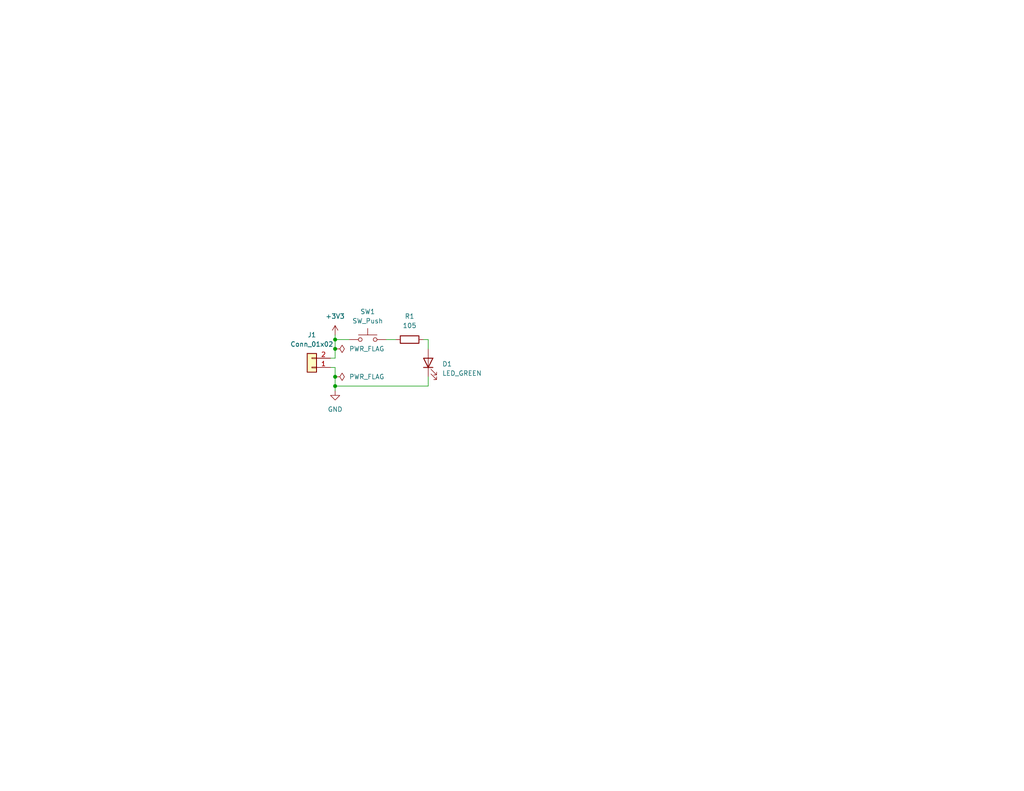
<source format=kicad_sch>
(kicad_sch (version 20230121) (generator eeschema)
  (paper "USLetter")
  (title_block (title "ElecOnbProj1") (date "2023-09-06") (rev "0.0") (company "Illini Solar Car") (comment 1 "Designed By: Ashwat K"))
  (lib_symbols
    (symbol "Connector_Generic:Conn_01x02" (pin_names (offset 1.016) hide)
      (property "Reference" "J" (at 0 2.54 0))
      (property "Value" "Conn_01x02" (at 0 -5.08 0))
      (symbol "Conn_01x02_1_1"
        (rectangle (start -1.27 -2.413) (end 0 -2.667) (stroke (width 0.1524)))
        (rectangle (start -1.27 0.127) (end 0 -0.127) (stroke (width 0.1524)))
        (rectangle (start -1.27 1.27) (end 1.27 -3.81) (stroke (width 0.254)) (fill (type background)))
        (pin passive line (at -5.08 0 0) (length 3.81) (name "Pin_1") (number "1"))
        (pin passive line (at -5.08 -2.54 0) (length 3.81) (name "Pin_2") (number "2"))
      )
    )
    (symbol "Device:R" (pin_numbers hide) (pin_names (offset 0))
      (property "Reference" "R" (at 2.032 0 90))
      (property "Value" "R" (at 0 0 90))
      (symbol "R_0_1"
        (rectangle (start -1.016 -2.54) (end 1.016 2.54) (stroke (width 0.254)))
      )
      (symbol "R_1_1"
        (pin passive line (at 0 3.81 270) (length 1.27) (name "~") (number "1"))
        (pin passive line (at 0 -3.81 90) (length 1.27) (name "~") (number "2"))
      )
    )
    (symbol "Switch:SW_Push" (pin_numbers hide) (pin_names (offset 1.016) hide)
      (property "Reference" "SW" (at 1.27 2.54 0))
      (property "Value" "SW_Push" (at 0 -1.524 0))
      (symbol "SW_Push_0_1"
        (circle (center -2.032 0) (radius 0.508))
        (polyline (pts (xy 0 1.27) (xy 0 3.048)))
        (polyline (pts (xy 2.54 1.27) (xy -2.54 1.27)))
        (circle (center 2.032 0) (radius 0.508))
        (pin passive line (at -5.08 0 0) (length 2.54) (name "1") (number "1"))
        (pin passive line (at 5.08 0 180) (length 2.54) (name "2") (number "2"))
      )
    )
    (symbol "device:LED" (pin_numbers hide) (pin_names (offset 1.016) hide)
      (property "Reference" "D" (at 0 2.54 0))
      (property "Value" "LED" (at 0 -2.54 0))
      (symbol "LED_0_1"
        (polyline (pts (xy -1.27 -1.27) (xy -1.27 1.27)) (stroke (width 0.254)))
        (polyline (pts (xy -1.27 0) (xy 1.27 0)))
        (polyline (pts (xy 1.27 -1.27) (xy 1.27 1.27) (xy -1.27 0) (xy 1.27 -1.27)) (stroke (width 0.254)))
        (polyline (pts (xy -3.048 -0.762) (xy -4.572 -2.286) (xy -3.81 -2.286) (xy -4.572 -2.286) (xy -4.572 -1.524)))
        (polyline (pts (xy -1.778 -0.762) (xy -3.302 -2.286) (xy -2.54 -2.286) (xy -3.302 -2.286) (xy -3.302 -1.524)))
      )
      (symbol "LED_1_1"
        (pin passive line (at -3.81 0 0) (length 2.54) (name "K") (number "1"))
        (pin passive line (at 3.81 0 180) (length 2.54) (name "A") (number "2"))
      )
    )
    (symbol "power:+3V3" (power) (pin_names (offset 0))
      (property "Value" "+3V3" (at 0 3.556 0))
      (symbol "+3V3_0_1"
        (polyline (pts (xy -0.762 1.27) (xy 0 2.54)))
        (polyline (pts (xy 0 0) (xy 0 2.54)))
        (polyline (pts (xy 0 2.54) (xy 0.762 1.27)))
      )
      (symbol "+3V3_1_1"
        (pin power_in line (at 0 0 90) (length 0) hide (name "+3V3") (number "1"))
      )
    )
    (symbol "power:GND" (power) (pin_names (offset 0))
      (property "Value" "GND" (at 0 -3.81 0))
      (symbol "GND_0_1"
        (polyline (pts (xy 0 0) (xy 0 -1.27) (xy 1.27 -1.27) (xy 0 -2.54) (xy -1.27 -1.27) (xy 0 -1.27)))
      )
      (symbol "GND_1_1"
        (pin power_in line (at 0 0 270) (length 0) hide (name "GND") (number "1"))
      )
    )
    (symbol "power:PWR_FLAG" (power) (pin_numbers hide) (pin_names (offset 0) hide)
      (property "Value" "PWR_FLAG" (at 0 3.81 0))
      (symbol "PWR_FLAG_0_0"
        (pin power_out line (at 0 0 90) (length 0) (name "pwr") (number "1"))
      )
      (symbol "PWR_FLAG_0_1"
        (polyline (pts (xy 0 0) (xy 0 1.27) (xy -1.016 1.905) (xy 0 2.54) (xy 1.016 1.905) (xy 0 1.27)))
      )
    )
  )
  (junction (at 91.44 92.71))
  (junction (at 91.44 102.87))
  (junction (at 91.44 105.41))
  (junction (at 91.44 95.25))
  (wire (pts (xy 91.44 92.71) (xy 95.25 92.71)))
  (wire (pts (xy 91.44 92.71) (xy 91.44 91.44)))
  (wire (pts (xy 115.57 92.71) (xy 116.84 92.71)))
  (wire (pts (xy 105.41 92.71) (xy 107.95 92.71)))
  (wire (pts (xy 91.44 100.33) (xy 91.44 102.87)))
  (wire (pts (xy 91.44 105.41) (xy 91.44 106.68)))
  (wire (pts (xy 90.17 97.79) (xy 91.44 97.79)))
  (wire (pts (xy 91.44 97.79) (xy 91.44 95.25)))
  (wire (pts (xy 91.44 95.25) (xy 91.44 92.71)))
  (wire (pts (xy 91.44 105.41) (xy 116.84 105.41)))
  (wire (pts (xy 116.84 102.87) (xy 116.84 105.41)))
  (wire (pts (xy 90.17 100.33) (xy 91.44 100.33)))
  (wire (pts (xy 116.84 92.71) (xy 116.84 95.25)))
  (wire (pts (xy 91.44 102.87) (xy 91.44 105.41)))
  (symbol (lib_id "power:GND") (at 91.44 106.68 0) (unit 1)
    (property "Reference" "#PWR02" (effects hide))
    (property "Value" "GND" (at 91.44 111.76 0))
  )
  (symbol (lib_id "power:PWR_FLAG") (at 91.44 95.25 270) (unit 1)
    (property "Reference" "#FLG01" (effects hide))
    (property "Value" "PWR_FLAG" (at 95.25 95.25 90) (effects (justify left)))
  )
  (symbol (lib_id "Switch:SW_Push") (at 100.33 92.71 0) (unit 1)
    (property "Reference" "SW1" (at 100.33 85.09 0))
    (property "Value" "SW_Push" (at 100.33 87.63 0))
    (property "Footprint" "Button_Switch_SMD:SW_DIP_SPSTx01_Slide_6.7x4.1mm_W8.61mm_P2.54mm_LowProfile" (effects hide))
    (property "Datasheet" "https://www.digikey.com/en/products/detail/te-connectivity-alcoswitch-switches/1825910-6/1632536?utm_adgroup=Supplier_TE" (effects hide))
    (property "MPN" "1825910-6" (effects hide))
  )
  (symbol (lib_id "device:LED") (at 116.84 99.06 90) (unit 1)
    (property "Reference" "D1" (at 120.65 99.3775 90) (effects (justify right)))
    (property "Value" "LED_GREEN" (at 120.65 101.9175 90) (effects (justify right)))
    (property "Footprint" "layout:LED_0603_Symbol_on_F.SilkS" (effects hide))
  )
  (symbol (lib_id "Connector_Generic:Conn_01x02") (at 85.09 100.33 180) (unit 1)
    (property "Reference" "J1" (at 85.09 91.44 0))
    (property "Value" "Conn_01x02" (at 85.09 93.98 0))
    (property "Footprint" "Connector_Molex:Molex_KK-254_AE-6410-02A_1x02_P2.54mm_Vertical" (effects hide))
    (property "Datasheet" "https://tools.molex.com/pdm_docs/sd/022272021_sd.pdf" (effects hide))
    (property "MPN" "022272021" (effects hide))
  )
  (symbol (lib_id "power:+3V3") (at 91.44 91.44 0) (unit 1)
    (property "Reference" "#PWR01" (effects hide))
    (property "Value" "+3V3" (at 91.44 86.36 0))
  )
  (symbol (lib_id "Device:R") (at 111.76 92.71 90) (unit 1)
    (property "Reference" "R1" (at 111.76 86.36 90))
    (property "Value" "105" (at 111.76 88.9 90))
    (property "Footprint" "Resistor_SMD:R_0603_1608Metric_Pad0.98x0.95mm_HandSolder" (effects hide))
  )
  (symbol (lib_id "power:PWR_FLAG") (at 91.44 102.87 270) (unit 1)
    (property "Reference" "#FLG02" (effects hide))
    (property "Value" "PWR_FLAG" (at 95.25 102.87 90) (effects (justify left)))
  )
)
</source>
